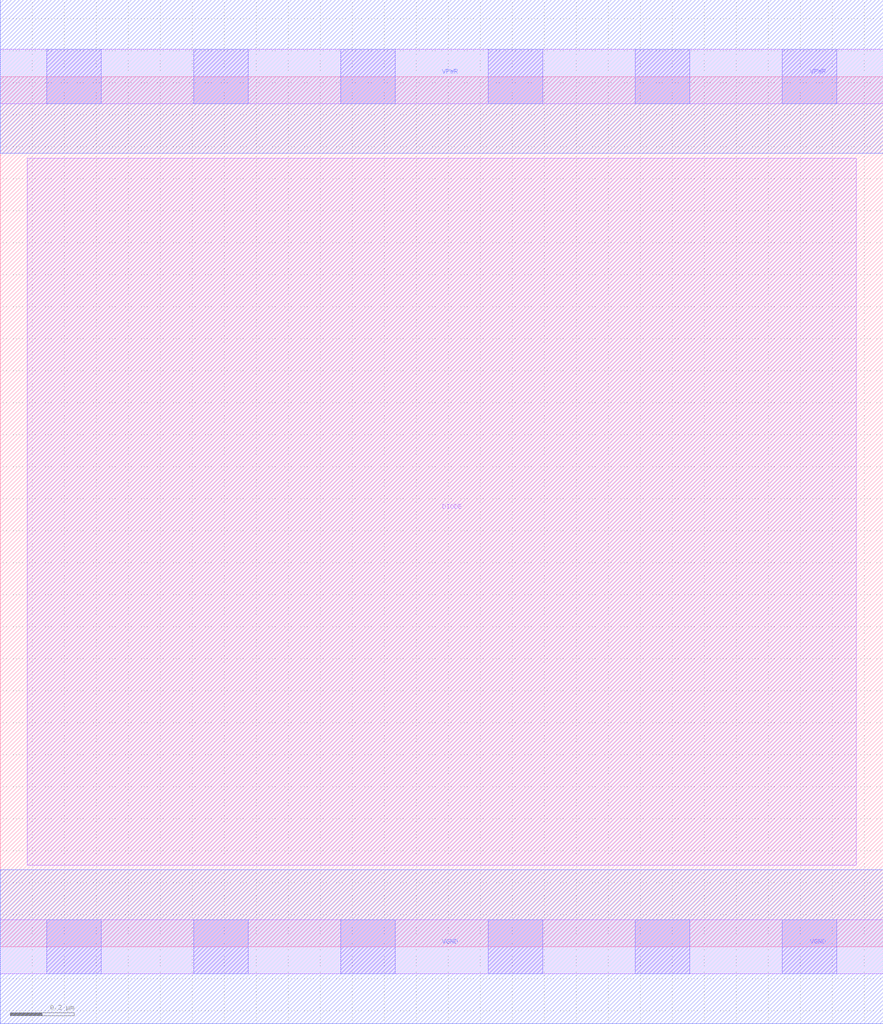
<source format=lef>
# Copyright 2020 The SkyWater PDK Authors
#
# Licensed under the Apache License, Version 2.0 (the "License");
# you may not use this file except in compliance with the License.
# You may obtain a copy of the License at
#
#     https://www.apache.org/licenses/LICENSE-2.0
#
# Unless required by applicable law or agreed to in writing, software
# distributed under the License is distributed on an "AS IS" BASIS,
# WITHOUT WARRANTIES OR CONDITIONS OF ANY KIND, either express or implied.
# See the License for the specific language governing permissions and
# limitations under the License.
#
# SPDX-License-Identifier: Apache-2.0

VERSION 5.7 ;
  NAMESCASESENSITIVE ON ;
  NOWIREEXTENSIONATPIN ON ;
  DIVIDERCHAR "/" ;
  BUSBITCHARS "[]" ;
UNITS
  DATABASE MICRONS 200 ;
END UNITS
PROPERTYDEFINITIONS
  MACRO maskLayoutSubType STRING ;
  MACRO prCellType STRING ;
  MACRO originalViewName STRING ;
END PROPERTYDEFINITIONS
MACRO sky130_fd_sc_hdll__diode_6
  CLASS CORE ;
  FOREIGN sky130_fd_sc_hdll__diode_6 ;
  ORIGIN  0.000000  0.000000 ;
  SIZE  2.760000 BY  2.720000 ;
  SYMMETRY X Y R90 ;
  SITE unithd ;
  PIN DIODE
    ANTENNADIFFAREA  2.203200 ;
    DIRECTION INPUT ;
    USE SIGNAL ;
    PORT
      LAYER li1 ;
        RECT 0.085000 0.255000 2.675000 2.465000 ;
    END
  END DIODE
  PIN VGND
    USE GROUND ;
    PORT
      LAYER li1 ;
        RECT 0.000000 -0.085000 2.760000 0.085000 ;
      LAYER mcon ;
        RECT 0.145000 -0.085000 0.315000 0.085000 ;
        RECT 0.605000 -0.085000 0.775000 0.085000 ;
        RECT 1.065000 -0.085000 1.235000 0.085000 ;
        RECT 1.525000 -0.085000 1.695000 0.085000 ;
        RECT 1.985000 -0.085000 2.155000 0.085000 ;
        RECT 2.445000 -0.085000 2.615000 0.085000 ;
      LAYER met1 ;
        RECT 0.000000 -0.240000 2.760000 0.240000 ;
    END
  END VGND
  PIN VPWR
    USE POWER ;
    PORT
      LAYER li1 ;
        RECT 0.000000 2.635000 2.760000 2.805000 ;
      LAYER mcon ;
        RECT 0.145000 2.635000 0.315000 2.805000 ;
        RECT 0.605000 2.635000 0.775000 2.805000 ;
        RECT 1.065000 2.635000 1.235000 2.805000 ;
        RECT 1.525000 2.635000 1.695000 2.805000 ;
        RECT 1.985000 2.635000 2.155000 2.805000 ;
        RECT 2.445000 2.635000 2.615000 2.805000 ;
      LAYER met1 ;
        RECT 0.000000 2.480000 2.760000 2.960000 ;
    END
  END VPWR
  PROPERTY maskLayoutSubType "abstract" ;
  PROPERTY prCellType "standard" ;
  PROPERTY originalViewName "layout" ;
END sky130_fd_sc_hdll__diode_6

</source>
